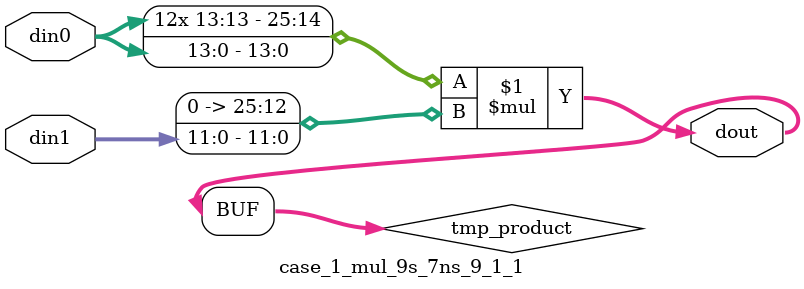
<source format=v>

`timescale 1 ns / 1 ps

 (* use_dsp = "no" *)  module case_1_mul_9s_7ns_9_1_1(din0, din1, dout);
parameter ID = 1;
parameter NUM_STAGE = 0;
parameter din0_WIDTH = 14;
parameter din1_WIDTH = 12;
parameter dout_WIDTH = 26;

input [din0_WIDTH - 1 : 0] din0; 
input [din1_WIDTH - 1 : 0] din1; 
output [dout_WIDTH - 1 : 0] dout;

wire signed [dout_WIDTH - 1 : 0] tmp_product;


























assign tmp_product = $signed(din0) * $signed({1'b0, din1});









assign dout = tmp_product;





















endmodule

</source>
